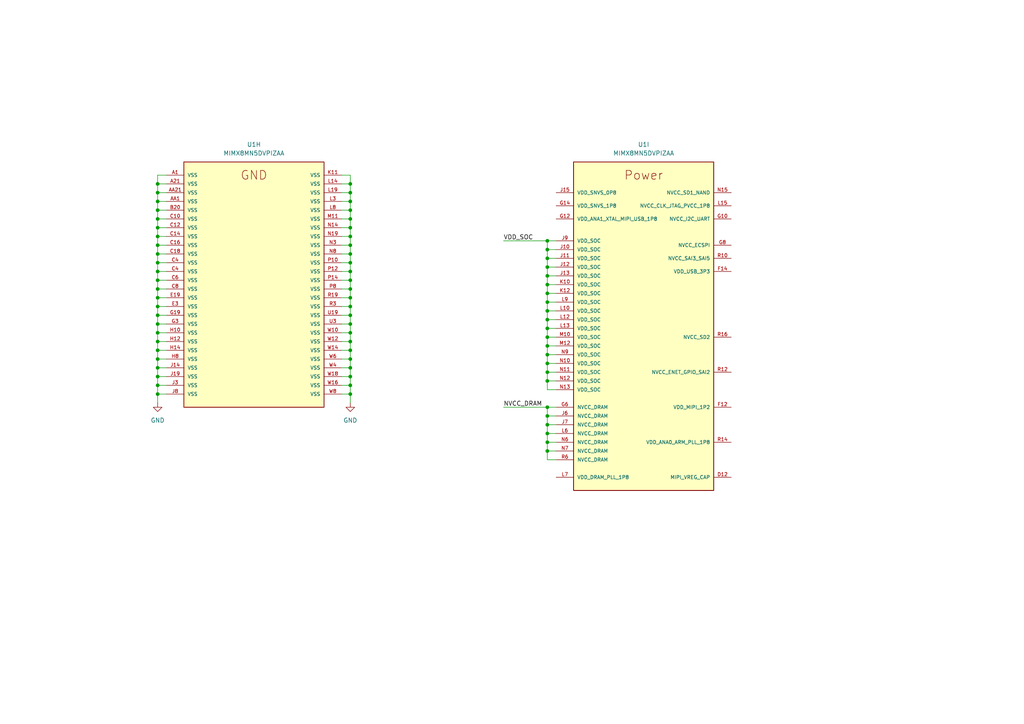
<source format=kicad_sch>
(kicad_sch (version 20211123) (generator eeschema)
  (paper "A4")
  (lib_symbols
    (symbol "power:GND" (power) (pin_names (offset 0))
      (property "Value" "GND" (at 0 -3.81 0))
      (symbol "GND_0_1"
        (polyline (pts (xy 0 0) (xy 0 -1.27) (xy 1.27 -1.27) (xy 0 -2.54) (xy -1.27 -1.27) (xy 0 -1.27)))
      )
      (symbol "GND_1_1"
        (pin power_in line (at 0 0 270) (length 0) hide (name "GND") (number "1"))
      )
    )
    (symbol "qsbc:MIMX8MN5DVPIZAA" (pin_names (offset 1.016))
      (property "Reference" "U" (at 16.51 13.97 0))
      (property "Value" "MIMX8MN5DVPIZAA" (at -20.32 13.97 0))
      (symbol "MIMX8MN5DVPIZAA_1_0"
        (rectangle (start -20.32 13.97) (end 20.32 -49.53) (stroke (width 0.254)) (fill (type background)))
        (polyline (pts (xy -3.81 -33.02) (xy -1.27 -33.02)) (stroke (width 0.1524)))
        (text "MISC" (at 0 10.16 0) (effects (font (size 2.54 2.54))))
        (text "NVCC_CLK_JTAG_PVCC_1P8" (at 5.08 -19.05 900) (effects (font (size 1.27 1.27))))
        (text "NVCC_SNVS_1P8" (at -5.08 -5.08 900) (effects (font (size 1.27 1.27))))
        (text "VDD_ANA1_XTAL_MIPI_USB_1P8" (at 0 -33.02 900) (effects (font (size 1.27 1.27))))
        (pin bidirectional line (at -25.4 1.27 0) (length 5.08) (name "POR_B") (number "A18"))
        (pin bidirectional line (at -25.4 -6.35 0) (length 5.08) (name "PMIC_STBY_REQ") (number "A19"))
        (pin input line (at -25.4 -11.43 0) (length 5.08) (name "RTC_XTALI") (number "A20"))
        (pin bidirectional line (at -25.4 -1.27 0) (length 5.08) (name "RTC_RESET_B") (number "B18"))
        (pin output line (at -25.4 -13.97 0) (length 5.08) (name "RTC_XTALO") (number "B19"))
        (pin input line (at 25.4 -39.37 180) (length 5.08) (name "24M_XTALI") (number "B21"))
        (pin output line (at 25.4 -41.91 180) (length 5.08) (name "24M_XTALO") (number "C20"))
        (pin bidirectional line (at 25.4 -13.97 180) (length 5.08) (name "JTAG_TDI") (number "C21"))
        (pin passive line (at -25.4 -43.18 0) (length 5.08) (name "TSENSOR_REST_EXT") (number "D16"))
        (pin bidirectional line (at 25.4 -8.89 180) (length 5.08) (name "JTAG_MOD") (number "D18"))
        (pin bidirectional line (at 25.4 -16.51 180) (length 5.08) (name "JTAG_TDO") (number "D20"))
        (pin bidirectional line (at 25.4 -11.43 180) (length 5.08) (name "JTAG_TCK") (number "D21"))
        (pin bidirectional line (at -25.4 3.81 0) (length 5.08) (name "ONOFF") (number "E14"))
        (pin bidirectional line (at -25.4 -3.81 0) (length 5.08) (name "PMIC_ON_REQ") (number "E16"))
        (pin bidirectional line (at 25.4 -19.05 180) (length 5.08) (name "JTAG_TMS") (number "E18"))
        (pin bidirectional line (at 25.4 -24.13 180) (length 5.08) (name "CLKIN1") (number "E20"))
        (pin bidirectional line (at 25.4 -31.75 180) (length 5.08) (name "CLKOUT1") (number "E21"))
        (pin bidirectional line (at 25.4 -1.27 180) (length 5.08) (name "BOOT_MODE2") (number "F16"))
        (pin bidirectional line (at 25.4 -26.67 180) (length 5.08) (name "CLKIN2") (number "F20"))
        (pin bidirectional line (at 25.4 -34.29 180) (length 5.08) (name "CLKOUT2") (number "F21"))
        (pin bidirectional line (at 25.4 3.81 180) (length 5.08) (name "BOOT_MODE0") (number "G16"))
        (pin bidirectional line (at 25.4 -3.81 180) (length 5.08) (name "BOOT_MODE3") (number "G17"))
        (pin bidirectional line (at 25.4 1.27 180) (length 5.08) (name "BOOT_MODE1") (number "G18"))
      )
      (symbol "MIMX8MN5DVPIZAA_1_1"
        (polyline (pts (xy -8.89 -21.59) (xy -3.81 -21.59) (xy -3.81 -45.72) (xy -8.89 -45.72)) (stroke (width 0.1524)))
        (polyline (pts (xy -8.89 6.35) (xy -3.81 6.35) (xy -3.81 -16.51) (xy -8.89 -16.51)) (stroke (width 0.1524)))
        (polyline (pts (xy 8.89 6.35) (xy 3.81 6.35) (xy 3.81 -45.72) (xy 8.89 -45.72)) (stroke (width 0.1524)))
      )
      (symbol "MIMX8MN5DVPIZAA_2_0"
        (rectangle (start -20.32 -85.09) (end 20.32 13.97) (stroke (width 0.254)) (fill (type background)))
        (text "DDR" (at 0 10.16 0) (effects (font (size 2.54 2.54))))
        (pin bidirectional line (at 25.4 -2.54 180) (length 5.08) (name "DRAM_DQ01") (number "A2"))
        (pin bidirectional line (at 25.4 -5.08 180) (length 5.08) (name "DRAM_DQ02") (number "A3"))
        (pin bidirectional line (at -25.4 -52.07 0) (length 5.08) (name "DRAM_AC25") (number "AA2"))
        (pin bidirectional line (at -25.4 -58.42 0) (length 5.08) (name "DRAM_AC28") (number "AA3"))
        (pin bidirectional line (at 25.4 -45.72 180) (length 5.08) (name "DRAM_DQS0_P") (number "B1"))
        (pin bidirectional line (at 25.4 5.08 180) (length 5.08) (name "DRAM_DM0") (number "B2"))
        (pin bidirectional line (at 25.4 0 180) (length 5.08) (name "DRAM_DQ00") (number "B3"))
        (pin bidirectional line (at 25.4 -7.62 180) (length 5.08) (name "DRAM_DQ03") (number "B4"))
        (pin bidirectional line (at 25.4 -15.24 180) (length 5.08) (name "DRAM_DQ06") (number "C1"))
        (pin bidirectional line (at 25.4 -43.18 180) (length 5.08) (name "DRAM_DQS0_N") (number "C2"))
        (pin bidirectional line (at 25.4 -12.7 180) (length 5.08) (name "DRAM_DQ05") (number "D1"))
        (pin bidirectional line (at 25.4 -17.78 180) (length 5.08) (name "DRAM_DQ07") (number "D2"))
        (pin bidirectional line (at -25.4 -10.16 0) (length 5.08) (name "DRAM_AC06") (number "D4"))
        (pin bidirectional line (at 25.4 -38.1 180) (length 5.08) (name "DRAM_DQ15") (number "E1"))
        (pin bidirectional line (at 25.4 -10.16 180) (length 5.08) (name "DRAM_DQ04") (number "E2"))
        (pin bidirectional line (at -25.4 -12.7 0) (length 5.08) (name "DRAM_AC07") (number "E4"))
        (pin bidirectional line (at 25.4 -53.34 180) (length 5.08) (name "DRAM_DQS1_N") (number "F1"))
        (pin bidirectional line (at 25.4 -35.56 180) (length 5.08) (name "DRAM_DQ14") (number "F2"))
        (pin bidirectional line (at 25.4 -20.32 180) (length 5.08) (name "DRAM_DQ08") (number "G1"))
        (pin bidirectional line (at 25.4 -55.88 180) (length 5.08) (name "DRAM_DQS1_P") (number "G2"))
        (pin bidirectional line (at -25.4 -7.62 0) (length 5.08) (name "DRAM_AC05") (number "G4"))
        (pin bidirectional line (at -25.4 -5.08 0) (length 5.08) (name "DRAM_AC04") (number "G5"))
        (pin bidirectional line (at 25.4 -22.86 180) (length 5.08) (name "DRAM_DQ09") (number "H1"))
        (pin bidirectional line (at 25.4 2.54 180) (length 5.08) (name "DRAM_DM1") (number "H2"))
        (pin bidirectional line (at 25.4 -25.4 180) (length 5.08) (name "DRAM_DQ10") (number "J1"))
        (pin bidirectional line (at 25.4 -27.94 180) (length 5.08) (name "DRAM_DQ11") (number "J2"))
        (pin bidirectional line (at -25.4 -35.56 0) (length 5.08) (name "DRAM_AC16") (number "J4"))
        (pin bidirectional line (at -25.4 -38.1 0) (length 5.08) (name "DRAM_AC17") (number "J5"))
        (pin bidirectional line (at 25.4 -30.48 180) (length 5.08) (name "DRAM_DQ12") (number "K1"))
        (pin bidirectional line (at 25.4 -33.02 180) (length 5.08) (name "DRAM_DQ13") (number "K2"))
        (pin bidirectional line (at -25.4 -25.4 0) (length 5.08) (name "DRAM_AC12") (number "L1"))
        (pin bidirectional line (at -25.4 -22.86 0) (length 5.08) (name "DRAM_AC11") (number "L2"))
        (pin bidirectional line (at 25.4 -68.58 180) (length 5.08) (name "DRAM_VREF") (number "L4"))
        (pin bidirectional line (at -25.4 -33.02 0) (length 5.08) (name "DRAM_AC15") (number "L5"))
        (pin bidirectional line (at -25.4 -27.94 0) (length 5.08) (name "DRAM_AC13") (number "M1"))
        (pin bidirectional line (at -25.4 -20.32 0) (length 5.08) (name "DRAM_AC10") (number "M2"))
        (pin bidirectional line (at -25.4 2.54 0) (length 5.08) (name "DRAM_AC01") (number "N1"))
        (pin bidirectional line (at -25.4 0 0) (length 5.08) (name "DRAM_AC02") (number "N2"))
        (pin bidirectional line (at 25.4 -63.5 180) (length 5.08) (name "DRAM_RESET_N") (number "N4"))
        (pin bidirectional line (at 25.4 -78.74 180) (length 5.08) (name "DRAM_ALERT_N") (number "N5"))
        (pin bidirectional line (at -25.4 5.08 0) (length 5.08) (name "DRAM_AC00") (number "P1"))
        (pin bidirectional line (at -25.4 -2.54 0) (length 5.08) (name "DRAM_AC03") (number "P2"))
        (pin bidirectional line (at -25.4 -15.24 0) (length 5.08) (name "DRAM_AC08") (number "R1"))
        (pin bidirectional line (at -25.4 -17.78 0) (length 5.08) (name "DRAM_AC09") (number "R2"))
        (pin bidirectional line (at -25.4 -46.99 0) (length 5.08) (name "DRAM_AC23") (number "R4"))
        (pin bidirectional line (at -25.4 -68.58 0) (length 5.08) (name "DRAM_AC32") (number "R5"))
        (pin bidirectional line (at -25.4 -41.91 0) (length 5.08) (name "DRAM_AC20") (number "T1"))
        (pin bidirectional line (at -25.4 -44.45 0) (length 5.08) (name "DRAM_AC21") (number "T2"))
        (pin bidirectional line (at 25.4 -73.66 180) (length 5.08) (name "DRAM_ZN") (number "U1"))
        (pin bidirectional line (at -25.4 -71.12 0) (length 5.08) (name "DRAM_AC33") (number "U2"))
        (pin bidirectional line (at -25.4 -76.2 0) (length 5.08) (name "DRAM_AC35") (number "U4"))
        (pin bidirectional line (at -25.4 -78.74 0) (length 5.08) (name "DRAM_AC36") (number "V1"))
        (pin bidirectional line (at -25.4 -73.66 0) (length 5.08) (name "DRAM_AC34") (number "V2"))
        (pin bidirectional line (at -25.4 -60.96 0) (length 5.08) (name "DRAM_AC29") (number "V4"))
        (pin bidirectional line (at -25.4 -63.5 0) (length 5.08) (name "DRAM_AC30") (number "W1"))
        (pin bidirectional line (at -25.4 -54.61 0) (length 5.08) (name "DRAM_AC26") (number "W2"))
        (pin bidirectional line (at -25.4 -30.48 0) (length 5.08) (name "DRAM_AC14") (number "Y1"))
        (pin bidirectional line (at -25.4 -49.53 0) (length 5.08) (name "DRAM_AC24") (number "Y2"))
        (pin bidirectional line (at -25.4 -66.04 0) (length 5.08) (name "DRAM_AC31") (number "Y3"))
      )
      (symbol "MIMX8MN5DVPIZAA_3_0"
        (rectangle (start -20.32 13.97) (end 20.32 -40.64) (stroke (width 0.254)) (fill (type background)))
        (text "GPIO" (at 0 10.16 0) (effects (font (size 2.54 2.54))))
        (text "NVCC_ENET_GPIO_SAI2" (at -13.97 -17.78 900) (effects (font (size 1.27 1.27))))
        (pin bidirectional line (at 25.4 -21.59 180) (length 5.08) (name "GPIO1_IO10") (number "AA10"))
        (pin bidirectional line (at 25.4 -34.29 180) (length 5.08) (name "GPIO1_IO15") (number "AA11"))
        (pin bidirectional line (at 25.4 -6.35 180) (length 5.08) (name "GPIO1_IO04") (number "AA7"))
        (pin bidirectional line (at 25.4 -1.27 180) (length 5.08) (name "GPIO1_IO02") (number "AA8"))
        (pin bidirectional line (at 25.4 -19.05 180) (length 5.08) (name "GPIO1_IO09") (number "AA9"))
        (pin bidirectional line (at 25.4 1.27 180) (length 5.08) (name "GPIO1_IO01") (number "R8"))
        (pin bidirectional line (at 25.4 -29.21 180) (length 5.08) (name "GPIO1_IO13") (number "T10"))
        (pin bidirectional line (at 25.4 -8.89 180) (length 5.08) (name "GPIO1_IO05") (number "T8"))
        (pin bidirectional line (at 25.4 -26.67 180) (length 5.08) (name "GPIO1_IO12") (number "U10"))
        (pin bidirectional line (at 25.4 -13.97 180) (length 5.08) (name "GPIO1_IO07") (number "U8"))
        (pin bidirectional line (at 25.4 -16.51 180) (length 5.08) (name "GPIO1_IO08") (number "V10"))
        (pin bidirectional line (at 25.4 3.81 180) (length 5.08) (name "GPIO1_IO00") (number "V8"))
        (pin bidirectional line (at 25.4 -31.75 180) (length 5.08) (name "GPIO1_IO14") (number "Y10"))
        (pin bidirectional line (at 25.4 -24.13 180) (length 5.08) (name "GPIO1_IO11") (number "Y11"))
        (pin bidirectional line (at 25.4 -11.43 180) (length 5.08) (name "GPIO1_IO06") (number "Y8"))
        (pin bidirectional line (at 25.4 -3.81 180) (length 5.08) (name "GPIO1_IO03") (number "Y9"))
      )
      (symbol "MIMX8MN5DVPIZAA_3_1"
        (polyline (pts (xy -10.16 6.35) (xy -15.24 6.35) (xy -15.24 -36.83) (xy -10.16 -36.83)) (stroke (width 0.1524)))
      )
      (symbol "MIMX8MN5DVPIZAA_4_0"
        (rectangle (start -20.32 13.97) (end 20.32 -38.1) (stroke (width 0.254)) (fill (type background)))
        (text "CSI" (at 0 10.16 0) (effects (font (size 2.54 2.54))))
        (text "VDD_ANA1_XTAL_MIPI_USB_1P8" (at -13.97 -13.97 900) (effects (font (size 1.27 1.27))))
        (pin bidirectional line (at 25.4 -5.08 180) (length 5.08) (name "MIPI_CSI_D0_N") (number "A11"))
        (pin bidirectional line (at 25.4 -12.7 180) (length 5.08) (name "MIPI_CSI_D1_N") (number "A12"))
        (pin bidirectional line (at 25.4 3.81 180) (length 5.08) (name "MIPI_CSI_CLK_N") (number "A13"))
        (pin bidirectional line (at 25.4 -20.32 180) (length 5.08) (name "MIPI_CSI_D2_N") (number "A14"))
        (pin bidirectional line (at 25.4 -27.94 180) (length 5.08) (name "MIPI_CSI_D3_N") (number "A15"))
        (pin bidirectional line (at 25.4 -7.62 180) (length 5.08) (name "MIPI_CSI_D0_P") (number "B11"))
        (pin bidirectional line (at 25.4 -15.24 180) (length 5.08) (name "MIPI_CSI_D1_P") (number "B12"))
        (pin bidirectional line (at 25.4 1.27 180) (length 5.08) (name "MIPI_CSI_CLK_P") (number "B13"))
        (pin bidirectional line (at 25.4 -22.86 180) (length 5.08) (name "MIPI_CSI_D2_P") (number "B14"))
        (pin bidirectional line (at 25.4 -30.48 180) (length 5.08) (name "MIPI_CSI_D3_P") (number "B15"))
      )
      (symbol "MIMX8MN5DVPIZAA_4_1"
        (polyline (pts (xy -10.16 6.35) (xy -15.24 6.35) (xy -15.24 -34.29) (xy -10.16 -34.29)) (stroke (width 0.1524)))
      )
      (symbol "MIMX8MN5DVPIZAA_5_0"
        (rectangle (start -20.32 13.97) (end 20.32 -55.88) (stroke (width 0.254)) (fill (type background)))
        (text "NAND" (at 0 10.16 0) (effects (font (size 2.54 2.54))))
        (text "NVCC_SD1_NAND" (at -13.97 -22.86 900) (effects (font (size 1.27 1.27))))
        (pin bidirectional line (at 25.4 -44.45 180) (length 5.08) (name "NAND_DATA07") (number "G20"))
        (pin bidirectional line (at 25.4 -13.97 180) (length 5.08) (name "NAND_RE_B") (number "G21"))
        (pin bidirectional line (at 25.4 1.27 180) (length 5.08) (name "NAND_CE1_B") (number "H20"))
        (pin bidirectional line (at 25.4 -49.53 180) (length 5.08) (name "NAND_DQS") (number "H21"))
        (pin bidirectional line (at 25.4 -16.51 180) (length 5.08) (name "NAND_WE_B") (number "J16"))
        (pin bidirectional line (at 25.4 -8.89 180) (length 5.08) (name "NAND_ALE") (number "J17"))
        (pin bidirectional line (at 25.4 -39.37 180) (length 5.08) (name "NAND_DATA05") (number "J18"))
        (pin bidirectional line (at 25.4 -29.21 180) (length 5.08) (name "NAND_DATA01") (number "J20"))
        (pin bidirectional line (at 25.4 -19.05 180) (length 5.08) (name "NAND_WP_B") (number "J21"))
        (pin bidirectional line (at 25.4 -11.43 180) (length 5.08) (name "NAND_CLE") (number "K20"))
        (pin bidirectional line (at 25.4 -34.29 180) (length 5.08) (name "NAND_DATA03") (number "K21"))
        (pin bidirectional line (at 25.4 -1.27 180) (length 5.08) (name "NAND_CE2_B") (number "L16"))
        (pin bidirectional line (at 25.4 -21.59 180) (length 5.08) (name "NAND_READY_B") (number "L17"))
        (pin bidirectional line (at 25.4 -36.83 180) (length 5.08) (name "NAND_DATA04") (number "L18"))
        (pin bidirectional line (at 25.4 -3.81 180) (length 5.08) (name "NAND_CE3_B") (number "L20"))
        (pin bidirectional line (at 25.4 3.81 180) (length 5.08) (name "NAND_CE0_B") (number "L21"))
        (pin bidirectional line (at 25.4 -31.75 180) (length 5.08) (name "NAND_DATA02") (number "M20"))
        (pin bidirectional line (at 25.4 -26.67 180) (length 5.08) (name "NAND_DATA00") (number "M21"))
        (pin bidirectional line (at 25.4 -41.91 180) (length 5.08) (name "NAND_DATA06") (number "N20"))
      )
      (symbol "MIMX8MN5DVPIZAA_5_1"
        (polyline (pts (xy -10.16 6.35) (xy -15.24 6.35) (xy -15.24 -52.07) (xy -10.16 -52.07)) (stroke (width 0.1524)))
      )
      (symbol "MIMX8MN5DVPIZAA_6_0"
        (rectangle (start -20.32 13.97) (end 20.32 -49.53) (stroke (width 0.254)) (fill (type background)))
        (text "NVCC_ENET_GPIO_SAI2" (at -3.81 -19.05 900) (effects (font (size 1.27 1.27))))
        (text "NVCC_SAI3_SAI5" (at 3.81 -19.05 900) (effects (font (size 1.27 1.27))))
        (text "SAI" (at 0 10.16 0) (effects (font (size 2.54 2.54))))
        (pin bidirectional line (at -25.4 -1.27 0) (length 5.08) (name "SAI2_TXFS") (number "AA12"))
        (pin bidirectional line (at -25.4 -3.81 0) (length 5.08) (name "SAI2_TXC") (number "AA13"))
        (pin bidirectional line (at -25.4 -16.51 0) (length 5.08) (name "SAI2_RXD0") (number "AA14"))
        (pin bidirectional line (at -25.4 -13.97 0) (length 5.08) (name "SAI2_RXC") (number "AA15"))
        (pin bidirectional line (at 25.4 -8.89 180) (length 5.08) (name "SAI3_TXD") (number "AA4"))
        (pin bidirectional line (at 25.4 3.81 180) (length 5.08) (name "SAI3_MCLK") (number "AA5"))
        (pin bidirectional line (at 25.4 -1.27 180) (length 5.08) (name "SAI3_RXD") (number "AA6"))
        (pin bidirectional line (at 25.4 -31.75 180) (length 5.08) (name "SAI5_RXFS") (number "T12"))
        (pin bidirectional line (at 25.4 -24.13 180) (length 5.08) (name "SAI5_RXD1") (number "T14"))
        (pin bidirectional line (at 25.4 -36.83 180) (length 5.08) (name "SPDIF_EXT_CLK") (number "T6"))
        (pin bidirectional line (at 25.4 -21.59 180) (length 5.08) (name "SAI5_RXD0") (number "U12"))
        (pin bidirectional line (at 25.4 -29.21 180) (length 5.08) (name "SAI5_RXD3") (number "U14"))
        (pin bidirectional line (at 25.4 -39.37 180) (length 5.08) (name "SPDIF_RX") (number "U6"))
        (pin bidirectional line (at 25.4 -26.67 180) (length 5.08) (name "SAI5_RXD2") (number "V12"))
        (pin bidirectional line (at 25.4 -19.05 180) (length 5.08) (name "SAI5_RXC") (number "V14"))
        (pin bidirectional line (at 25.4 -41.91 180) (length 5.08) (name "SPDIF_TX") (number "V6"))
        (pin bidirectional line (at 25.4 -16.51 180) (length 5.08) (name "SAI5_MCLK") (number "W11"))
        (pin bidirectional line (at -25.4 3.81 0) (length 5.08) (name "SAI2_MCLK") (number "Y12"))
        (pin bidirectional line (at -25.4 -11.43 0) (length 5.08) (name "SAI2_RXFS") (number "Y13"))
        (pin bidirectional line (at -25.4 -6.35 0) (length 5.08) (name "SAI2_TXD0") (number "Y14"))
        (pin bidirectional line (at 25.4 -3.81 180) (length 5.08) (name "SAI3_RXFS") (number "Y4"))
        (pin bidirectional line (at 25.4 -6.35 180) (length 5.08) (name "SAI3_TXC") (number "Y5"))
        (pin bidirectional line (at 25.4 1.27 180) (length 5.08) (name "SAI3_RXC") (number "Y6"))
        (pin bidirectional line (at 25.4 -11.43 180) (length 5.08) (name "SAI3_TXFS") (number "Y7"))
      )
      (symbol "MIMX8MN5DVPIZAA_6_1"
        (polyline (pts (xy -7.62 6.35) (xy -2.54 6.35) (xy -2.54 -44.45) (xy -7.62 -44.45)) (stroke (width 0.1524)))
        (polyline (pts (xy 7.62 6.35) (xy 2.54 6.35) (xy 2.54 -44.45) (xy 7.62 -44.45)) (stroke (width 0.1524)))
      )
      (symbol "MIMX8MN5DVPIZAA_7_0"
        (rectangle (start -20.32 13.97) (end 20.32 -40.64) (stroke (width 0.254)) (fill (type background)))
        (text "ENET" (at 0 10.16 0) (effects (font (size 2.54 2.54))))
        (text "NVCC_ENET_GPIO_SAI2" (at -13.97 -15.24 900) (effects (font (size 1.27 1.27))))
        (pin bidirectional line (at 25.4 -34.29 180) (length 5.08) (name "ENET_RD3") (number "AA16"))
        (pin bidirectional line (at 25.4 -16.51 180) (length 5.08) (name "ENET_TD3") (number "AA17"))
        (pin bidirectional line (at 25.4 -11.43 180) (length 5.08) (name "ENET_TD1") (number "AA18"))
        (pin bidirectional line (at 25.4 -26.67 180) (length 5.08) (name "ENET_RD0") (number "AA19"))
        (pin bidirectional line (at 25.4 1.27 180) (length 5.08) (name "ENET_MDIO") (number "T16"))
        (pin bidirectional line (at 25.4 -24.13 180) (length 5.08) (name "ENET_RXC") (number "U16"))
        (pin bidirectional line (at 25.4 -8.89 180) (length 5.08) (name "ENET_TD0") (number "U18"))
        (pin bidirectional line (at 25.4 -21.59 180) (length 5.08) (name "ENET_RX_CTL") (number "V16"))
        (pin bidirectional line (at 25.4 -13.97 180) (length 5.08) (name "ENET_TD2") (number "V18"))
        (pin bidirectional line (at 25.4 -29.21 180) (length 5.08) (name "ENET_RD1") (number "Y15"))
        (pin bidirectional line (at 25.4 -31.75 180) (length 5.08) (name "ENET_RD2") (number "Y16"))
        (pin bidirectional line (at 25.4 -3.81 180) (length 5.08) (name "ENET_TX_CTL") (number "Y17"))
        (pin bidirectional line (at 25.4 3.81 180) (length 5.08) (name "ENET_MDC") (number "Y18"))
        (pin bidirectional line (at 25.4 -6.35 180) (length 5.08) (name "ENET_TXC") (number "Y19"))
      )
      (symbol "MIMX8MN5DVPIZAA_7_1"
        (polyline (pts (xy -10.16 6.35) (xy -15.24 6.35) (xy -15.24 -36.83) (xy -10.16 -36.83)) (stroke (width 0.1524)))
      )
      (symbol "MIMX8MN5DVPIZAA_8_0"
        (rectangle (start -20.32 13.97) (end 20.32 -57.15) (stroke (width 0.254)) (fill (type background)))
        (text "GND" (at 0 10.16 0) (effects (font (size 2.54 2.54))))
        (pin power_in line (at -25.4 10.16 0) (length 5.08) (name "VSS") (number "A1"))
        (pin power_in line (at -25.4 7.62 0) (length 5.08) (name "VSS") (number "A21"))
        (pin power_in line (at -25.4 2.54 0) (length 5.08) (name "VSS") (number "AA1"))
        (pin power_in line (at -25.4 5.08 0) (length 5.08) (name "VSS") (number "AA21"))
        (pin power_in line (at -25.4 0 0) (length 5.08) (name "VSS") (number "B20"))
        (pin power_in line (at -25.4 -2.54 0) (length 5.08) (name "VSS") (number "C10"))
        (pin power_in line (at -25.4 -5.08 0) (length 5.08) (name "VSS") (number "C12"))
        (pin power_in line (at -25.4 -7.62 0) (length 5.08) (name "VSS") (number "C14"))
        (pin power_in line (at -25.4 -10.16 0) (length 5.08) (name "VSS") (number "C16"))
        (pin power_in line (at -25.4 -12.7 0) (length 5.08) (name "VSS") (number "C18"))
        (pin power_in line (at -25.4 -17.78 0) (length 5.08) (name "VSS") (number "C4"))
        (pin power_in line (at -25.4 -15.24 0) (length 5.08) (name "VSS") (number "C4"))
        (pin power_in line (at -25.4 -20.32 0) (length 5.08) (name "VSS") (number "C6"))
        (pin power_in line (at -25.4 -22.86 0) (length 5.08) (name "VSS") (number "C8"))
        (pin power_in line (at -25.4 -25.4 0) (length 5.08) (name "VSS") (number "E19"))
        (pin power_in line (at -25.4 -27.94 0) (length 5.08) (name "VSS") (number "E3"))
        (pin power_in line (at -25.4 -30.48 0) (length 5.08) (name "VSS") (number "G19"))
        (pin power_in line (at -25.4 -33.02 0) (length 5.08) (name "VSS") (number "G3"))
        (pin power_in line (at -25.4 -35.56 0) (length 5.08) (name "VSS") (number "H10"))
        (pin power_in line (at -25.4 -38.1 0) (length 5.08) (name "VSS") (number "H12"))
        (pin power_in line (at -25.4 -40.64 0) (length 5.08) (name "VSS") (number "H14"))
        (pin power_in line (at -25.4 -43.18 0) (length 5.08) (name "VSS") (number "H8"))
        (pin power_in line (at -25.4 -45.72 0) (length 5.08) (name "VSS") (number "J14"))
        (pin power_in line (at -25.4 -48.26 0) (length 5.08) (name "VSS") (number "J19"))
        (pin power_in line (at -25.4 -50.8 0) (length 5.08) (name "VSS") (number "J3"))
        (pin power_in line (at -25.4 -53.34 0) (length 5.08) (name "VSS") (number "J8"))
        (pin power_in line (at 25.4 10.16 180) (length 5.08) (name "VSS") (number "K11"))
        (pin power_in line (at 25.4 7.62 180) (length 5.08) (name "VSS") (number "L14"))
        (pin power_in line (at 25.4 5.08 180) (length 5.08) (name "VSS") (number "L19"))
        (pin power_in line (at 25.4 2.54 180) (length 5.08) (name "VSS") (number "L3"))
        (pin power_in line (at 25.4 0 180) (length 5.08) (name "VSS") (number "L8"))
        (pin power_in line (at 25.4 -2.54 180) (length 5.08) (name "VSS") (number "M11"))
        (pin power_in line (at 25.4 -5.08 180) (length 5.08) (name "VSS") (number "N14"))
        (pin power_in line (at 25.4 -7.62 180) (length 5.08) (name "VSS") (number "N19"))
        (pin power_in line (at 25.4 -10.16 180) (length 5.08) (name "VSS") (number "N3"))
        (pin power_in line (at 25.4 -12.7 180) (length 5.08) (name "VSS") (number "N8"))
        (pin power_in line (at 25.4 -15.24 180) (length 5.08) (name "VSS") (number "P10"))
        (pin power_in line (at 25.4 -17.78 180) (length 5.08) (name "VSS") (number "P12"))
        (pin power_in line (at 25.4 -20.32 180) (length 5.08) (name "VSS") (number "P14"))
        (pin power_in line (at 25.4 -22.86 180) (length 5.08) (name "VSS") (number "P8"))
        (pin power_in line (at 25.4 -25.4 180) (length 5.08) (name "VSS") (number "R19"))
        (pin power_in line (at 25.4 -27.94 180) (length 5.08) (name "VSS") (number "R3"))
        (pin power_in line (at 25.4 -30.48 180) (length 5.08) (name "VSS") (number "U19"))
        (pin power_in line (at 25.4 -33.02 180) (length 5.08) (name "VSS") (number "U3"))
        (pin power_in line (at 25.4 -35.56 180) (length 5.08) (name "VSS") (number "W10"))
        (pin power_in line (at 25.4 -38.1 180) (length 5.08) (name "VSS") (number "W12"))
        (pin power_in line (at 25.4 -40.64 180) (length 5.08) (name "VSS") (number "W14"))
        (pin power_in line (at 25.4 -50.8 180) (length 5.08) (name "VSS") (number "W16"))
        (pin power_in line (at 25.4 -48.26 180) (length 5.08) (name "VSS") (number "W18"))
        (pin power_in line (at 25.4 -45.72 180) (length 5.08) (name "VSS") (number "W4"))
        (pin power_in line (at 25.4 -43.18 180) (length 5.08) (name "VSS") (number "W6"))
        (pin power_in line (at 25.4 -53.34 180) (length 5.08) (name "VSS") (number "W8"))
      )
      (symbol "MIMX8MN5DVPIZAA_9_0"
        (rectangle (start -20.32 13.97) (end 20.32 -81.28) (stroke (width 0.254)) (fill (type background)))
        (text "Power" (at 0 10.16 0) (effects (font (size 2.54 2.54))))
        (pin power_in line (at 25.4 -77.47 180) (length 5.08) (name "MIPI_VREG_CAP") (number "D12"))
        (pin power_in line (at 25.4 -57.15 180) (length 5.08) (name "VDD_MIPI_1P2") (number "F12"))
        (pin power_in line (at 25.4 -17.78 180) (length 5.08) (name "VDD_USB_3P3") (number "F14"))
        (pin power_in line (at 25.4 -2.54 180) (length 5.08) (name "NVCC_I2C_UART") (number "G10"))
        (pin power_in line (at -25.4 -2.54 0) (length 5.08) (name "VDD_ANA1_XTAL_MIPI_USB_1P8") (number "G12"))
        (pin power_in line (at -25.4 1.27 0) (length 5.08) (name "VDD_SNVS_1P8") (number "G14"))
        (pin power_in line (at -25.4 -57.15 0) (length 5.08) (name "NVCC_DRAM") (number "G6"))
        (pin power_in line (at 25.4 -10.16 180) (length 5.08) (name "NVCC_ECSPI") (number "G8"))
        (pin power_in line (at -25.4 -11.43 0) (length 5.08) (name "VDD_SOC") (number "J10"))
        (pin power_in line (at -25.4 -13.97 0) (length 5.08) (name "VDD_SOC") (number "J11"))
        (pin power_in line (at -25.4 -16.51 0) (length 5.08) (name "VDD_SOC") (number "J12"))
        (pin power_in line (at -25.4 -19.05 0) (length 5.08) (name "VDD_SOC") (number "J13"))
        (pin power_in line (at -25.4 5.08 0) (length 5.08) (name "VDD_SNVS_0P8") (number "J15"))
        (pin power_in line (at -25.4 -59.69 0) (length 5.08) (name "NVCC_DRAM") (number "J6"))
        (pin power_in line (at -25.4 -62.23 0) (length 5.08) (name "NVCC_DRAM") (number "J7"))
        (pin power_in line (at -25.4 -8.89 0) (length 5.08) (name "VDD_SOC") (number "J9"))
        (pin power_in line (at -25.4 -21.59 0) (length 5.08) (name "VDD_SOC") (number "K10"))
        (pin power_in line (at -25.4 -24.13 0) (length 5.08) (name "VDD_SOC") (number "K12"))
        (pin power_in line (at -25.4 -29.21 0) (length 5.08) (name "VDD_SOC") (number "L10"))
        (pin power_in line (at -25.4 -31.75 0) (length 5.08) (name "VDD_SOC") (number "L12"))
        (pin power_in line (at -25.4 -34.29 0) (length 5.08) (name "VDD_SOC") (number "L13"))
        (pin power_in line (at 25.4 1.27 180) (length 5.08) (name "NVCC_CLK_JTAG_PVCC_1P8") (number "L15"))
        (pin power_in line (at -25.4 -64.77 0) (length 5.08) (name "NVCC_DRAM") (number "L6"))
        (pin power_in line (at -25.4 -77.47 0) (length 5.08) (name "VDD_DRAM_PLL_1P8") (number "L7"))
        (pin power_in line (at -25.4 -26.67 0) (length 5.08) (name "VDD_SOC") (number "L9"))
        (pin power_in line (at -25.4 -36.83 0) (length 5.08) (name "VDD_SOC") (number "M10"))
        (pin power_in line (at -25.4 -39.37 0) (length 5.08) (name "VDD_SOC") (number "M12"))
        (pin power_in line (at -25.4 -44.45 0) (length 5.08) (name "VDD_SOC") (number "N10"))
        (pin power_in line (at -25.4 -46.99 0) (length 5.08) (name "VDD_SOC") (number "N11"))
        (pin power_in line (at -25.4 -49.53 0) (length 5.08) (name "VDD_SOC") (number "N12"))
        (pin power_in line (at -25.4 -52.07 0) (length 5.08) (name "VDD_SOC") (number "N13"))
        (pin power_in line (at 25.4 5.08 180) (length 5.08) (name "NVCC_SD1_NAND") (number "N15"))
        (pin power_in line (at -25.4 -67.31 0) (length 5.08) (name "NVCC_DRAM") (number "N6"))
        (pin power_in line (at -25.4 -69.85 0) (length 5.08) (name "NVCC_DRAM") (number "N7"))
        (pin power_in line (at -25.4 -41.91 0) (length 5.08) (name "VDD_SOC") (number "N9"))
        (pin power_in line (at 25.4 -13.97 180) (length 5.08) (name "NVCC_SAI3_SAI5") (number "R10"))
        (pin power_in line (at 25.4 -46.99 180) (length 5.08) (name "NVCC_ENET_GPIO_SAI2") (number "R12"))
        (pin power_in line (at 25.4 -67.31 180) (length 5.08) (name "VDD_ANA0_ARM_PLL_1P8") (number "R14"))
        (pin power_in line (at 25.4 -36.83 180) (length 5.08) (name "NVCC_SD2") (number "R16"))
        (pin power_in line (at -25.4 -72.39 0) (length 5.08) (name "NVCC_DRAM") (number "R6"))
      )
      (symbol "MIMX8MN5DVPIZAA_10_0"
        (rectangle (start -20.32 13.97) (end 20.32 -35.56) (stroke (width 0.254)) (fill (type background)))
        (text "NVCC_SD1_NAND" (at -13.97 -12.7 900) (effects (font (size 1.27 1.27))))
        (text "SD1" (at 0 10.16 0) (effects (font (size 2.54 2.54))))
        (pin bidirectional line (at 25.4 -21.59 180) (length 5.08) (name "SD1_DATA7") (number "N16"))
        (pin bidirectional line (at 25.4 -6.35 180) (length 5.08) (name "SD1_DATA1") (number "N17"))
        (pin bidirectional line (at 25.4 -3.81 180) (length 5.08) (name "SD1_DATA0") (number "N18"))
        (pin bidirectional line (at 25.4 -8.89 180) (length 5.08) (name "SD1_DATA2") (number "N21"))
        (pin bidirectional line (at 25.4 -11.43 180) (length 5.08) (name "SD1_DATA3") (number "P20"))
        (pin bidirectional line (at 25.4 -13.97 180) (length 5.08) (name "SD1_DATA4") (number "P21"))
        (pin bidirectional line (at 25.4 -29.21 180) (length 5.08) (name "SD1_STROBE") (number "R17"))
        (pin bidirectional line (at 25.4 -26.67 180) (length 5.08) (name "SD1_RESET_B") (number "R18"))
        (pin bidirectional line (at 25.4 -19.05 180) (length 5.08) (name "SD1_DATA6") (number "R20"))
        (pin bidirectional line (at 25.4 3.81 180) (length 5.08) (name "SD1_CLK") (number "R21"))
        (pin bidirectional line (at 25.4 -16.51 180) (length 5.08) (name "SD1_DATA5") (number "T20"))
        (pin bidirectional line (at 25.4 1.27 180) (length 5.08) (name "SD1_CMD") (number "T21"))
      )
      (symbol "MIMX8MN5DVPIZAA_10_1"
        (polyline (pts (xy -10.16 6.35) (xy -15.24 6.35) (xy -15.24 -31.75) (xy -10.16 -31.75)) (stroke (width 0.1524)))
      )
      (symbol "MIMX8MN5DVPIZAA_11_0"
        (rectangle (start -20.32 13.97) (end 20.32 -35.56) (stroke (width 0.254)) (fill (type background)))
        (text "NVCC_SD2" (at -13.97 -12.7 900) (effects (font (size 1.27 1.27))))
        (text "SD2" (at 0 10.16 0) (effects (font (size 2.54 2.54))))
        (pin bidirectional line (at 25.4 -3.81 180) (length 5.08) (name "SD2_DATA0") (number "AA20"))
        (pin bidirectional line (at 25.4 -26.67 180) (length 5.08) (name "SD2_CD_B") (number "U20"))
        (pin bidirectional line (at 25.4 -6.35 180) (length 5.08) (name "SD2_DATA1") (number "U21"))
        (pin bidirectional line (at 25.4 -11.43 180) (length 5.08) (name "SD2_DATA3") (number "V20"))
        (pin bidirectional line (at 25.4 1.27 180) (length 5.08) (name "SD2_CMD") (number "V21"))
        (pin bidirectional line (at 25.4 -8.89 180) (length 5.08) (name "SD2_DATA2") (number "W20"))
        (pin bidirectional line (at 25.4 -24.13 180) (length 5.08) (name "SD2_WP") (number "W21"))
        (pin bidirectional line (at 25.4 -29.21 180) (length 5.08) (name "SD2_RESET_B") (number "Y20"))
        (pin bidirectional line (at 25.4 3.81 180) (length 5.08) (name "SD2_CLK") (number "Y21"))
      )
      (symbol "MIMX8MN5DVPIZAA_11_1"
        (polyline (pts (xy -10.16 6.35) (xy -15.24 6.35) (xy -15.24 -31.75) (xy -10.16 -31.75)) (stroke (width 0.1524)))
      )
      (symbol "MIMX8MN5DVPIZAA_12_0"
        (rectangle (start -20.32 13.97) (end 20.32 -24.13) (stroke (width 0.254)) (fill (type background)))
        (polyline (pts (xy -10.16 -15.24) (xy -12.7 -15.24)) (stroke (width 0.1524)))
        (text "USB" (at 0 10.16 0) (effects (font (size 2.54 2.54))))
        (text "VDD_ANA1_XTAL_MIPI_USB_1P8" (at -13.97 -7.62 900) (effects (font (size 1.27 1.27))))
        (text "VDD_USB_3P3" (at -8.89 -1.27 900) (effects (font (size 1.27 1.27))))
        (pin bidirectional line (at 25.4 3.81 180) (length 5.08) (name "USB1_VBUS") (number "A16"))
        (pin bidirectional line (at 25.4 -1.27 180) (length 5.08) (name "USB1_DN") (number "A17"))
        (pin bidirectional line (at 25.4 -16.51 180) (length 5.08) (name "USB1_TXRTUNE") (number "B16"))
        (pin bidirectional line (at 25.4 -3.81 180) (length 5.08) (name "USB1_DP") (number "B17"))
        (pin bidirectional line (at 25.4 -13.97 180) (length 5.08) (name "USB1_ID") (number "D14"))
      )
      (symbol "MIMX8MN5DVPIZAA_12_1"
        (polyline (pts (xy -5.08 -11.43) (xy -10.16 -11.43) (xy -10.16 -19.05) (xy -5.08 -19.05)) (stroke (width 0.1524)))
        (polyline (pts (xy -5.08 6.35) (xy -10.16 6.35) (xy -10.16 -8.89) (xy -5.08 -8.89)) (stroke (width 0.1524)))
      )
      (symbol "MIMX8MN5DVPIZAA_13_0"
        (rectangle (start -20.32 13.97) (end 20.32 -22.86) (stroke (width 0.254)) (fill (type background)))
        (text "ECSPI" (at 0 10.16 0) (effects (font (size 2.54 2.54))))
        (text "NVCC_ECSPI" (at -13.97 -6.35 900) (effects (font (size 1.27 1.27))))
        (pin bidirectional line (at 25.4 -13.97 180) (length 5.08) (name "ECSPI2_SCLK") (number "A4"))
        (pin bidirectional line (at 25.4 -16.51 180) (length 5.08) (name "ECSPI2_SS0") (number "A5"))
        (pin bidirectional line (at 25.4 -11.43 180) (length 5.08) (name "ECSPI2_MOSI") (number "A6"))
        (pin bidirectional line (at 25.4 -8.89 180) (length 5.08) (name "ECSPI2_MISO") (number "B5"))
        (pin bidirectional line (at 25.4 -3.81 180) (length 5.08) (name "ECSPI1_SS0") (number "B6"))
        (pin bidirectional line (at 25.4 3.81 180) (length 5.08) (name "ECSPI1_MISO") (number "D6"))
        (pin bidirectional line (at 25.4 -1.27 180) (length 5.08) (name "ECSPI1_SCLK") (number "E6"))
        (pin bidirectional line (at 25.4 1.27 180) (length 5.08) (name "ECSPI1_MOSI") (number "F6"))
      )
      (symbol "MIMX8MN5DVPIZAA_13_1"
        (polyline (pts (xy -10.16 6.35) (xy -15.24 6.35) (xy -15.24 -19.05) (xy -10.16 -19.05)) (stroke (width 0.1524)))
      )
      (symbol "MIMX8MN5DVPIZAA_14_0"
        (rectangle (start -20.32 13.97) (end 20.32 -27.94) (stroke (width 0.254)) (fill (type background)))
        (text "I2C" (at 0 10.16 0) (effects (font (size 2.54 2.54))))
        (text "NVCC_I2C_UART" (at -13.97 -8.89 900) (effects (font (size 1.27 1.27))))
        (pin bidirectional line (at 25.4 1.27 180) (length 5.08) (name "I2C1_SDA") (number "A7"))
        (pin bidirectional line (at 25.4 -21.59 180) (length 5.08) (name "I2C4_SDA") (number "A8"))
        (pin bidirectional line (at 25.4 3.81 180) (length 5.08) (name "I2C1_SCL") (number "B7"))
        (pin bidirectional line (at 25.4 -19.05 180) (length 5.08) (name "I2C4_SCL") (number "B8"))
        (pin bidirectional line (at 25.4 -6.35 180) (length 5.08) (name "I2C2_SDA") (number "D8"))
        (pin bidirectional line (at 25.4 -13.97 180) (length 5.08) (name "I2C3_SDA") (number "E8"))
        (pin bidirectional line (at 25.4 -3.81 180) (length 5.08) (name "I2C2_SCL") (number "F10"))
        (pin bidirectional line (at 25.4 -11.43 180) (length 5.08) (name "I2C3_SCL") (number "F8"))
      )
      (symbol "MIMX8MN5DVPIZAA_14_1"
        (polyline (pts (xy -10.16 6.35) (xy -15.24 6.35) (xy -15.24 -24.13) (xy -10.16 -24.13)) (stroke (width 0.1524)))
      )
      (symbol "MIMX8MN5DVPIZAA_15_0"
        (rectangle (start -20.32 13.97) (end 20.32 -27.94) (stroke (width 0.254)) (fill (type background)))
        (text "NVCC_I2C_UART" (at -13.97 -8.89 900) (effects (font (size 1.27 1.27))))
        (text "UART" (at 0 10.16 0) (effects (font (size 2.54 2.54))))
        (pin bidirectional line (at 25.4 -19.05 180) (length 5.08) (name "UART4_RXD") (number "A10"))
        (pin bidirectional line (at 25.4 3.81 180) (length 5.08) (name "UART1_RXD") (number "A9"))
        (pin bidirectional line (at 25.4 -11.43 180) (length 5.08) (name "UART3_RXD") (number "B10"))
        (pin bidirectional line (at 25.4 -3.81 180) (length 5.08) (name "UART2_RXD") (number "B9"))
        (pin bidirectional line (at 25.4 -6.35 180) (length 5.08) (name "UART2_TXD") (number "C11"))
        (pin bidirectional line (at 25.4 -21.59 180) (length 5.08) (name "UART4_TXD") (number "D10"))
        (pin bidirectional line (at 25.4 1.27 180) (length 5.08) (name "UART1_TXD") (number "E10"))
        (pin bidirectional line (at 25.4 -13.97 180) (length 5.08) (name "UART3_TXD") (number "E12"))
      )
      (symbol "MIMX8MN5DVPIZAA_15_1"
        (polyline (pts (xy -10.16 6.35) (xy -15.24 6.35) (xy -15.24 -24.13) (xy -10.16 -24.13)) (stroke (width 0.1524)))
      )
    )
  )
  (junction (at 101.6 60.96))
  (junction (at 158.75 128.27))
  (junction (at 158.75 123.19))
  (junction (at 101.6 104.14))
  (junction (at 158.75 125.73))
  (junction (at 101.6 91.44))
  (junction (at 158.75 85.09))
  (junction (at 45.72 83.82))
  (junction (at 45.72 104.14))
  (junction (at 158.75 80.01))
  (junction (at 45.72 53.34))
  (junction (at 101.6 71.12))
  (junction (at 101.6 96.52))
  (junction (at 101.6 63.5))
  (junction (at 45.72 60.96))
  (junction (at 45.72 71.12))
  (junction (at 45.72 91.44))
  (junction (at 158.75 87.63))
  (junction (at 101.6 76.2))
  (junction (at 101.6 55.88))
  (junction (at 101.6 81.28))
  (junction (at 101.6 66.04))
  (junction (at 158.75 120.65))
  (junction (at 45.72 86.36))
  (junction (at 45.72 96.52))
  (junction (at 45.72 55.88))
  (junction (at 158.75 95.25))
  (junction (at 101.6 109.22))
  (junction (at 101.6 83.82))
  (junction (at 101.6 58.42))
  (junction (at 158.75 118.11))
  (junction (at 45.72 73.66))
  (junction (at 158.75 100.33))
  (junction (at 158.75 110.49))
  (junction (at 45.72 109.22))
  (junction (at 158.75 102.87))
  (junction (at 101.6 88.9))
  (junction (at 45.72 101.6))
  (junction (at 158.75 77.47))
  (junction (at 158.75 97.79))
  (junction (at 158.75 130.81))
  (junction (at 101.6 68.58))
  (junction (at 45.72 88.9))
  (junction (at 158.75 72.39))
  (junction (at 45.72 76.2))
  (junction (at 101.6 78.74))
  (junction (at 101.6 86.36))
  (junction (at 45.72 63.5))
  (junction (at 158.75 82.55))
  (junction (at 158.75 74.93))
  (junction (at 101.6 106.68))
  (junction (at 101.6 99.06))
  (junction (at 101.6 101.6))
  (junction (at 45.72 58.42))
  (junction (at 45.72 93.98))
  (junction (at 45.72 66.04))
  (junction (at 45.72 111.76))
  (junction (at 158.75 90.17))
  (junction (at 101.6 73.66))
  (junction (at 158.75 107.95))
  (junction (at 158.75 105.41))
  (junction (at 101.6 53.34))
  (junction (at 101.6 93.98))
  (junction (at 45.72 99.06))
  (junction (at 45.72 78.74))
  (junction (at 45.72 114.3))
  (junction (at 158.75 92.71))
  (junction (at 158.75 69.85))
  (junction (at 101.6 111.76))
  (junction (at 45.72 68.58))
  (junction (at 45.72 106.68))
  (junction (at 45.72 81.28))
  (junction (at 101.6 114.3))
  (wire (pts (xy 45.72 53.34) (xy 48.26 53.34)))
  (wire (pts (xy 45.72 86.36) (xy 48.26 86.36)))
  (wire (pts (xy 101.6 81.28) (xy 99.06 81.28)))
  (wire (pts (xy 101.6 50.8) (xy 99.06 50.8)))
  (wire (pts (xy 45.72 78.74) (xy 48.26 78.74)))
  (wire (pts (xy 45.72 53.34) (xy 45.72 55.88)))
  (wire (pts (xy 101.6 109.22) (xy 99.06 109.22)))
  (wire (pts (xy 45.72 88.9) (xy 48.26 88.9)))
  (wire (pts (xy 45.72 109.22) (xy 45.72 111.76)))
  (wire (pts (xy 45.72 60.96) (xy 45.72 63.5)))
  (wire (pts (xy 161.29 133.35) (xy 158.75 133.35)))
  (wire (pts (xy 101.6 116.84) (xy 101.6 114.3)))
  (wire (pts (xy 45.72 66.04) (xy 45.72 68.58)))
  (wire (pts (xy 45.72 96.52) (xy 48.26 96.52)))
  (wire (pts (xy 161.29 85.09) (xy 158.75 85.09)))
  (wire (pts (xy 161.29 120.65) (xy 158.75 120.65)))
  (wire (pts (xy 158.75 110.49) (xy 158.75 107.95)))
  (wire (pts (xy 158.75 120.65) (xy 158.75 118.11)))
  (wire (pts (xy 161.29 125.73) (xy 158.75 125.73)))
  (wire (pts (xy 158.75 125.73) (xy 158.75 123.19)))
  (wire (pts (xy 101.6 73.66) (xy 99.06 73.66)))
  (wire (pts (xy 101.6 58.42) (xy 101.6 60.96)))
  (wire (pts (xy 158.75 128.27) (xy 158.75 125.73)))
  (wire (pts (xy 45.72 55.88) (xy 48.26 55.88)))
  (wire (pts (xy 45.72 99.06) (xy 45.72 101.6)))
  (wire (pts (xy 101.6 99.06) (xy 99.06 99.06)))
  (wire (pts (xy 158.75 113.03) (xy 158.75 110.49)))
  (wire (pts (xy 158.75 72.39) (xy 158.75 69.85)))
  (wire (pts (xy 161.29 128.27) (xy 158.75 128.27)))
  (wire (pts (xy 101.6 66.04) (xy 99.06 66.04)))
  (wire (pts (xy 101.6 63.5) (xy 101.6 66.04)))
  (wire (pts (xy 161.29 74.93) (xy 158.75 74.93)))
  (wire (pts (xy 45.72 81.28) (xy 48.26 81.28)))
  (wire (pts (xy 158.75 105.41) (xy 158.75 102.87)))
  (wire (pts (xy 101.6 73.66) (xy 101.6 76.2)))
  (wire (pts (xy 45.72 78.74) (xy 45.72 81.28)))
  (wire (pts (xy 45.72 96.52) (xy 45.72 99.06)))
  (wire (pts (xy 161.29 80.01) (xy 158.75 80.01)))
  (wire (pts (xy 45.72 93.98) (xy 45.72 96.52)))
  (wire (pts (xy 101.6 106.68) (xy 99.06 106.68)))
  (wire (pts (xy 101.6 55.88) (xy 99.06 55.88)))
  (wire (pts (xy 101.6 101.6) (xy 101.6 104.14)))
  (wire (pts (xy 101.6 50.8) (xy 101.6 53.34)))
  (wire (pts (xy 161.29 77.47) (xy 158.75 77.47)))
  (wire (pts (xy 101.6 81.28) (xy 101.6 83.82)))
  (wire (pts (xy 101.6 109.22) (xy 101.6 111.76)))
  (wire (pts (xy 45.72 83.82) (xy 48.26 83.82)))
  (wire (pts (xy 45.72 93.98) (xy 48.26 93.98)))
  (wire (pts (xy 161.29 90.17) (xy 158.75 90.17)))
  (wire (pts (xy 161.29 97.79) (xy 158.75 97.79)))
  (wire (pts (xy 101.6 86.36) (xy 99.06 86.36)))
  (wire (pts (xy 45.72 109.22) (xy 48.26 109.22)))
  (wire (pts (xy 161.29 100.33) (xy 158.75 100.33)))
  (wire (pts (xy 161.29 105.41) (xy 158.75 105.41)))
  (wire (pts (xy 45.72 73.66) (xy 45.72 76.2)))
  (wire (pts (xy 45.72 106.68) (xy 45.72 109.22)))
  (wire (pts (xy 101.6 53.34) (xy 101.6 55.88)))
  (wire (pts (xy 45.72 81.28) (xy 45.72 83.82)))
  (wire (pts (xy 45.72 116.84) (xy 45.72 114.3)))
  (wire (pts (xy 45.72 91.44) (xy 45.72 93.98)))
  (wire (pts (xy 45.72 111.76) (xy 45.72 114.3)))
  (wire (pts (xy 158.75 80.01) (xy 158.75 77.47)))
  (wire (pts (xy 101.6 104.14) (xy 101.6 106.68)))
  (wire (pts (xy 45.72 58.42) (xy 48.26 58.42)))
  (wire (pts (xy 101.6 58.42) (xy 99.06 58.42)))
  (wire (pts (xy 161.29 130.81) (xy 158.75 130.81)))
  (wire (pts (xy 45.72 83.82) (xy 45.72 86.36)))
  (wire (pts (xy 161.29 102.87) (xy 158.75 102.87)))
  (wire (pts (xy 101.6 96.52) (xy 101.6 99.06)))
  (wire (pts (xy 45.72 50.8) (xy 45.72 53.34)))
  (wire (pts (xy 45.72 73.66) (xy 48.26 73.66)))
  (wire (pts (xy 45.72 63.5) (xy 45.72 66.04)))
  (wire (pts (xy 158.75 82.55) (xy 158.75 80.01)))
  (wire (pts (xy 45.72 63.5) (xy 48.26 63.5)))
  (wire (pts (xy 45.72 76.2) (xy 48.26 76.2)))
  (wire (pts (xy 158.75 77.47) (xy 158.75 74.93)))
  (wire (pts (xy 101.6 71.12) (xy 101.6 73.66)))
  (wire (pts (xy 101.6 99.06) (xy 101.6 101.6)))
  (wire (pts (xy 101.6 71.12) (xy 99.06 71.12)))
  (wire (pts (xy 101.6 83.82) (xy 101.6 86.36)))
  (wire (pts (xy 161.29 113.03) (xy 158.75 113.03)))
  (wire (pts (xy 45.72 58.42) (xy 45.72 60.96)))
  (wire (pts (xy 48.26 50.8) (xy 45.72 50.8)))
  (wire (pts (xy 158.75 100.33) (xy 158.75 97.79)))
  (wire (pts (xy 45.72 60.96) (xy 48.26 60.96)))
  (wire (pts (xy 45.72 68.58) (xy 48.26 68.58)))
  (wire (pts (xy 158.75 92.71) (xy 158.75 90.17)))
  (wire (pts (xy 101.6 114.3) (xy 101.6 111.76)))
  (wire (pts (xy 161.29 72.39) (xy 158.75 72.39)))
  (wire (pts (xy 101.6 60.96) (xy 101.6 63.5)))
  (wire (pts (xy 158.75 87.63) (xy 158.75 85.09)))
  (wire (pts (xy 45.72 76.2) (xy 45.72 78.74)))
  (wire (pts (xy 45.72 99.06) (xy 48.26 99.06)))
  (wire (pts (xy 45.72 104.14) (xy 45.72 106.68)))
  (wire (pts (xy 158.75 133.35) (xy 158.75 130.81)))
  (wire (pts (xy 146.05 118.11) (xy 158.75 118.11)))
  (wire (pts (xy 146.05 69.85) (xy 158.75 69.85)))
  (wire (pts (xy 101.6 76.2) (xy 101.6 78.74)))
  (wire (pts (xy 101.6 101.6) (xy 99.06 101.6)))
  (wire (pts (xy 161.29 110.49) (xy 158.75 110.49)))
  (wire (pts (xy 161.29 87.63) (xy 158.75 87.63)))
  (wire (pts (xy 45.72 114.3) (xy 48.26 114.3)))
  (wire (pts (xy 45.72 55.88) (xy 45.72 58.42)))
  (wire (pts (xy 101.6 104.14) (xy 99.06 104.14)))
  (wire (pts (xy 158.75 74.93) (xy 158.75 72.39)))
  (wire (pts (xy 101.6 86.36) (xy 101.6 88.9)))
  (wire (pts (xy 45.72 71.12) (xy 45.72 73.66)))
  (wire (pts (xy 101.6 63.5) (xy 99.06 63.5)))
  (wire (pts (xy 45.72 68.58) (xy 45.72 71.12)))
  (wire (pts (xy 101.6 93.98) (xy 101.6 96.52)))
  (wire (pts (xy 101.6 106.68) (xy 101.6 109.22)))
  (wire (pts (xy 161.29 123.19) (xy 158.75 123.19)))
  (wire (pts (xy 101.6 88.9) (xy 101.6 91.44)))
  (wire (pts (xy 161.29 118.11) (xy 158.75 118.11)))
  (wire (pts (xy 161.29 107.95) (xy 158.75 107.95)))
  (wire (pts (xy 45.72 101.6) (xy 45.72 104.14)))
  (wire (pts (xy 158.75 123.19) (xy 158.75 120.65)))
  (wire (pts (xy 45.72 71.12) (xy 48.26 71.12)))
  (wire (pts (xy 158.75 95.25) (xy 158.75 92.71)))
  (wire (pts (xy 161.29 92.71) (xy 158.75 92.71)))
  (wire (pts (xy 45.72 104.14) (xy 48.26 104.14)))
  (wire (pts (xy 101.6 68.58) (xy 101.6 66.04)))
  (wire (pts (xy 101.6 91.44) (xy 99.06 91.44)))
  (wire (pts (xy 101.6 78.74) (xy 99.06 78.74)))
  (wire (pts (xy 101.6 78.74) (xy 101.6 81.28)))
  (wire (pts (xy 158.75 107.95) (xy 158.75 105.41)))
  (wire (pts (xy 158.75 90.17) (xy 158.75 87.63)))
  (wire (pts (xy 101.6 83.82) (xy 99.06 83.82)))
  (wire (pts (xy 158.75 69.85) (xy 161.29 69.85)))
  (wire (pts (xy 161.29 95.25) (xy 158.75 95.25)))
  (wire (pts (xy 101.6 60.96) (xy 99.06 60.96)))
  (wire (pts (xy 101.6 91.44) (xy 101.6 93.98)))
  (wire (pts (xy 158.75 97.79) (xy 158.75 95.25)))
  (wire (pts (xy 101.6 96.52) (xy 99.06 96.52)))
  (wire (pts (xy 101.6 76.2) (xy 99.06 76.2)))
  (wire (pts (xy 158.75 85.09) (xy 158.75 82.55)))
  (wire (pts (xy 45.72 88.9) (xy 45.72 91.44)))
  (wire (pts (xy 45.72 91.44) (xy 48.26 91.44)))
  (wire (pts (xy 101.6 88.9) (xy 99.06 88.9)))
  (wire (pts (xy 101.6 68.58) (xy 99.06 68.58)))
  (wire (pts (xy 158.75 102.87) (xy 158.75 100.33)))
  (wire (pts (xy 45.72 86.36) (xy 45.72 88.9)))
  (wire (pts (xy 158.75 130.81) (xy 158.75 128.27)))
  (wire (pts (xy 101.6 53.34) (xy 99.06 53.34)))
  (wire (pts (xy 101.6 55.88) (xy 101.6 58.42)))
  (wire (pts (xy 99.06 114.3) (xy 101.6 114.3)))
  (wire (pts (xy 101.6 68.58) (xy 101.6 71.12)))
  (wire (pts (xy 45.72 111.76) (xy 48.26 111.76)))
  (wire (pts (xy 45.72 106.68) (xy 48.26 106.68)))
  (wire (pts (xy 101.6 111.76) (xy 99.06 111.76)))
  (wire (pts (xy 101.6 93.98) (xy 99.06 93.98)))
  (wire (pts (xy 45.72 101.6) (xy 48.26 101.6)))
  (wire (pts (xy 161.29 82.55) (xy 158.75 82.55)))
  (wire (pts (xy 45.72 66.04) (xy 48.26 66.04)))
  (label "VDD_SOC" (at 146.05 69.85 0))
  (label "NVCC_DRAM" (at 146.05 118.11 0))
  (symbol (lib_id "power:GND") (at 45.72 116.84 0) (unit 1)
    (property "Reference" "#PWR0101" (effects hide))
    (property "Value" "GND" (at 45.72 121.92 0))
  )
  (symbol (lib_id "qsbc:MIMX8MN5DVPIZAA") (at 73.66 60.96 0) (unit 8)
    (property "Reference" "U1" (at 73.66 41.91 0))
    (property "Value" "MIMX8MN5DVPIZAA" (at 73.66 44.45 0))
    (property "Footprint" "qsbc:SOT1967-1" (effects hide))
    (property "Datasheet" "https://www.nxp.com/docs/en/data-sheet/IMX8MNCEC.pdf" (effects hide))
  )
  (symbol (lib_id "power:GND") (at 101.6 116.84 0) (unit 1)
    (property "Reference" "#PWR0102" (effects hide))
    (property "Value" "GND" (at 101.6 121.92 0))
  )
  (symbol (lib_id "qsbc:MIMX8MN5DVPIZAA") (at 186.69 60.96 0) (unit 9)
    (property "Reference" "U1" (at 186.69 41.91 0))
    (property "Value" "MIMX8MN5DVPIZAA" (at 186.69 44.45 0))
    (property "Footprint" "qsbc:SOT1967-1" (effects hide))
    (property "Datasheet" "https://www.nxp.com/docs/en/data-sheet/IMX8MNCEC.pdf" (effects hide))
  )
)
</source>
